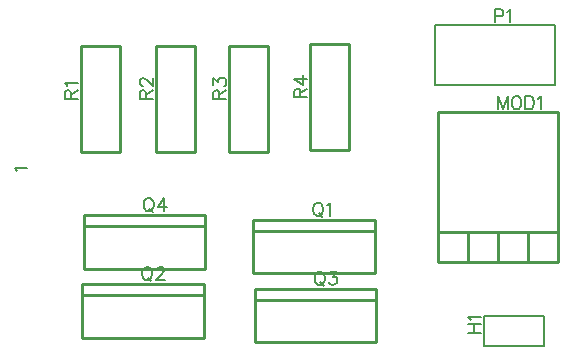
<source format=gto>
G04 Layer: TopSilkLayer*
G04 EasyEDA v6.1.41, Thu, 16 May 2019 00:08:59 GMT*
G04 b21515e386d141b59637374f5c53cbe5,dfa15b47affc40b8846523cd8aea0214,10*
G04 Gerber Generator version 0.2*
G04 Scale: 100 percent, Rotated: No, Reflected: No *
G04 Dimensions in millimeters *
G04 leading zeros omitted , absolute positions ,3 integer and 3 decimal *
%FSLAX33Y33*%
%MOMM*%
G90*
G71D02*

%ADD10C,0.254000*%
%ADD22C,0.203200*%
%ADD23C,0.202999*%
%ADD24C,0.152400*%

%LPD*%
G54D22*
G01X97536Y4552D02*
G01X97536Y2012D01*
G01X92456Y2012D01*
G01X92456Y4552D01*
G01X94361Y4552D01*
G54D23*
G01X97536Y4552D02*
G01X94361Y4552D01*
G54D10*
G01X72898Y12713D02*
G01X83202Y12713D01*
G01X83202Y8212D02*
G01X83202Y12713D01*
G01X72898Y8212D02*
G01X83202Y8212D01*
G01X72898Y8179D02*
G01X72898Y12680D01*
G01X72898Y11813D02*
G01X83202Y11813D01*
G01X58420Y7252D02*
G01X68724Y7252D01*
G01X68724Y2751D02*
G01X68724Y7252D01*
G01X58420Y2751D02*
G01X68724Y2751D01*
G01X58420Y2718D02*
G01X58420Y7219D01*
G01X58420Y6352D02*
G01X68724Y6352D01*
G54D22*
G01X88265Y29190D02*
G01X88265Y24110D01*
G01X98425Y24110D01*
G01X98425Y29190D01*
G01X88265Y29190D01*
G54D10*
G01X73025Y6871D02*
G01X83329Y6871D01*
G01X83329Y2370D02*
G01X83329Y6871D01*
G01X73025Y2370D02*
G01X83329Y2370D01*
G01X73025Y2337D02*
G01X73025Y6838D01*
G01X73025Y5971D02*
G01X83329Y5971D01*
G01X58547Y13094D02*
G01X68851Y13094D01*
G01X68851Y8593D02*
G01X68851Y13094D01*
G01X58547Y8593D02*
G01X68851Y8593D01*
G01X58547Y8560D02*
G01X58547Y13061D01*
G01X58547Y12194D02*
G01X68851Y12194D01*
G01X61595Y18471D02*
G01X58293Y18471D01*
G01X58293Y18471D02*
G01X58293Y27462D01*
G01X58293Y27462D02*
G01X61595Y27462D01*
G01X61595Y27462D02*
G01X61595Y18471D01*
G01X74168Y18471D02*
G01X70866Y18471D01*
G01X70866Y18471D02*
G01X70866Y27462D01*
G01X70866Y27462D02*
G01X74168Y27462D01*
G01X74168Y27462D02*
G01X74168Y18471D01*
G01X67945Y18471D02*
G01X64643Y18471D01*
G01X64643Y18471D02*
G01X64643Y27462D01*
G01X64643Y27462D02*
G01X67945Y27462D01*
G01X67945Y27462D02*
G01X67945Y18471D01*
G01X81026Y18598D02*
G01X77724Y18598D01*
G01X77724Y18598D02*
G01X77724Y27589D01*
G01X77724Y27589D02*
G01X81026Y27589D01*
G01X81026Y27589D02*
G01X81026Y18598D01*
G01X88519Y9124D02*
G01X88519Y11664D01*
G01X88519Y11664D02*
G01X88519Y21824D01*
G01X88519Y21824D02*
G01X98679Y21824D01*
G01X98679Y21824D02*
G01X98679Y11664D01*
G01X98679Y11664D02*
G01X98679Y9124D01*
G01X98679Y9124D02*
G01X96139Y9124D01*
G01X96139Y9124D02*
G01X93599Y9124D01*
G01X93599Y9124D02*
G01X91059Y9124D01*
G01X91059Y9124D02*
G01X88519Y9124D01*
G01X88519Y11664D02*
G01X91059Y11664D01*
G01X91059Y11664D02*
G01X93599Y11664D01*
G01X93599Y11664D02*
G01X96139Y11664D01*
G01X96139Y11664D02*
G01X98679Y11664D01*
G01X91059Y11664D02*
G01X91059Y9124D01*
G01X93599Y11664D02*
G01X93599Y9124D01*
G01X96139Y11664D02*
G01X96139Y9124D01*
G54D24*
G01X52901Y16871D02*
G01X52850Y16975D01*
G01X52692Y17130D01*
G01X53785Y17130D01*
G01X91112Y3155D02*
G01X92202Y3155D01*
G01X91112Y3881D02*
G01X92202Y3881D01*
G01X91630Y3155D02*
G01X91630Y3881D01*
G01X91318Y4224D02*
G01X91267Y4328D01*
G01X91112Y4485D01*
G01X92202Y4485D01*
G01X78290Y14160D02*
G01X78186Y14110D01*
G01X78082Y14005D01*
G01X78028Y13901D01*
G01X77978Y13746D01*
G01X77978Y13487D01*
G01X78028Y13330D01*
G01X78082Y13226D01*
G01X78186Y13121D01*
G01X78290Y13071D01*
G01X78498Y13071D01*
G01X78600Y13121D01*
G01X78704Y13226D01*
G01X78757Y13330D01*
G01X78808Y13487D01*
G01X78808Y13746D01*
G01X78757Y13901D01*
G01X78704Y14005D01*
G01X78600Y14110D01*
G01X78498Y14160D01*
G01X78290Y14160D01*
G01X78445Y13279D02*
G01X78757Y12967D01*
G01X79151Y13955D02*
G01X79255Y14005D01*
G01X79413Y14160D01*
G01X79413Y13071D01*
G01X63812Y8699D02*
G01X63708Y8649D01*
G01X63604Y8544D01*
G01X63550Y8440D01*
G01X63500Y8285D01*
G01X63500Y8026D01*
G01X63550Y7869D01*
G01X63604Y7765D01*
G01X63708Y7660D01*
G01X63812Y7610D01*
G01X64020Y7610D01*
G01X64122Y7660D01*
G01X64226Y7765D01*
G01X64279Y7869D01*
G01X64330Y8026D01*
G01X64330Y8285D01*
G01X64279Y8440D01*
G01X64226Y8544D01*
G01X64122Y8649D01*
G01X64020Y8699D01*
G01X63812Y8699D01*
G01X63967Y7818D02*
G01X64279Y7506D01*
G01X64726Y8440D02*
G01X64726Y8494D01*
G01X64777Y8598D01*
G01X64830Y8649D01*
G01X64935Y8699D01*
G01X65140Y8699D01*
G01X65244Y8649D01*
G01X65298Y8598D01*
G01X65349Y8494D01*
G01X65349Y8389D01*
G01X65298Y8285D01*
G01X65194Y8128D01*
G01X64673Y7610D01*
G01X65402Y7610D01*
G01X93345Y30533D02*
G01X93345Y29444D01*
G01X93345Y30533D02*
G01X93812Y30533D01*
G01X93967Y30482D01*
G01X94020Y30432D01*
G01X94071Y30327D01*
G01X94071Y30170D01*
G01X94020Y30066D01*
G01X93967Y30015D01*
G01X93812Y29962D01*
G01X93345Y29962D01*
G01X94414Y30327D02*
G01X94518Y30378D01*
G01X94675Y30533D01*
G01X94675Y29444D01*
G01X78417Y8318D02*
G01X78313Y8268D01*
G01X78209Y8163D01*
G01X78155Y8059D01*
G01X78105Y7904D01*
G01X78105Y7645D01*
G01X78155Y7488D01*
G01X78209Y7384D01*
G01X78313Y7279D01*
G01X78417Y7229D01*
G01X78625Y7229D01*
G01X78727Y7279D01*
G01X78831Y7384D01*
G01X78884Y7488D01*
G01X78935Y7645D01*
G01X78935Y7904D01*
G01X78884Y8059D01*
G01X78831Y8163D01*
G01X78727Y8268D01*
G01X78625Y8318D01*
G01X78417Y8318D01*
G01X78572Y7437D02*
G01X78884Y7125D01*
G01X79382Y8318D02*
G01X79954Y8318D01*
G01X79641Y7904D01*
G01X79799Y7904D01*
G01X79903Y7851D01*
G01X79954Y7800D01*
G01X80007Y7645D01*
G01X80007Y7541D01*
G01X79954Y7384D01*
G01X79849Y7279D01*
G01X79695Y7229D01*
G01X79540Y7229D01*
G01X79382Y7279D01*
G01X79331Y7333D01*
G01X79278Y7437D01*
G01X63939Y14541D02*
G01X63835Y14491D01*
G01X63731Y14386D01*
G01X63677Y14282D01*
G01X63627Y14127D01*
G01X63627Y13868D01*
G01X63677Y13711D01*
G01X63731Y13607D01*
G01X63835Y13502D01*
G01X63939Y13452D01*
G01X64147Y13452D01*
G01X64249Y13502D01*
G01X64353Y13607D01*
G01X64406Y13711D01*
G01X64457Y13868D01*
G01X64457Y14127D01*
G01X64406Y14282D01*
G01X64353Y14386D01*
G01X64249Y14491D01*
G01X64147Y14541D01*
G01X63939Y14541D01*
G01X64094Y13660D02*
G01X64406Y13348D01*
G01X65321Y14541D02*
G01X64800Y13815D01*
G01X65580Y13815D01*
G01X65321Y14541D02*
G01X65321Y13452D01*
G01X56949Y22967D02*
G01X58039Y22967D01*
G01X56949Y22967D02*
G01X56949Y23434D01*
G01X57000Y23589D01*
G01X57050Y23642D01*
G01X57155Y23693D01*
G01X57259Y23693D01*
G01X57363Y23642D01*
G01X57416Y23589D01*
G01X57467Y23434D01*
G01X57467Y22967D01*
G01X57467Y23330D02*
G01X58039Y23693D01*
G01X57155Y24036D02*
G01X57104Y24140D01*
G01X56949Y24297D01*
G01X58039Y24297D01*
G01X69522Y22967D02*
G01X70612Y22967D01*
G01X69522Y22967D02*
G01X69522Y23434D01*
G01X69573Y23589D01*
G01X69623Y23642D01*
G01X69728Y23693D01*
G01X69832Y23693D01*
G01X69936Y23642D01*
G01X69989Y23589D01*
G01X70040Y23434D01*
G01X70040Y22967D01*
G01X70040Y23330D02*
G01X70612Y23693D01*
G01X69522Y24140D02*
G01X69522Y24711D01*
G01X69936Y24402D01*
G01X69936Y24557D01*
G01X69989Y24661D01*
G01X70040Y24711D01*
G01X70195Y24765D01*
G01X70299Y24765D01*
G01X70457Y24711D01*
G01X70561Y24607D01*
G01X70612Y24452D01*
G01X70612Y24297D01*
G01X70561Y24140D01*
G01X70507Y24089D01*
G01X70403Y24036D01*
G01X63299Y22967D02*
G01X64389Y22967D01*
G01X63299Y22967D02*
G01X63299Y23434D01*
G01X63350Y23589D01*
G01X63400Y23642D01*
G01X63505Y23693D01*
G01X63609Y23693D01*
G01X63713Y23642D01*
G01X63766Y23589D01*
G01X63817Y23434D01*
G01X63817Y22967D01*
G01X63817Y23330D02*
G01X64389Y23693D01*
G01X63558Y24089D02*
G01X63505Y24089D01*
G01X63400Y24140D01*
G01X63350Y24193D01*
G01X63299Y24297D01*
G01X63299Y24503D01*
G01X63350Y24607D01*
G01X63400Y24661D01*
G01X63505Y24711D01*
G01X63609Y24711D01*
G01X63713Y24661D01*
G01X63870Y24557D01*
G01X64389Y24036D01*
G01X64389Y24765D01*
G01X76380Y23094D02*
G01X77470Y23094D01*
G01X76380Y23094D02*
G01X76380Y23561D01*
G01X76431Y23716D01*
G01X76481Y23769D01*
G01X76586Y23820D01*
G01X76690Y23820D01*
G01X76794Y23769D01*
G01X76847Y23716D01*
G01X76898Y23561D01*
G01X76898Y23094D01*
G01X76898Y23457D02*
G01X77470Y23820D01*
G01X76380Y24684D02*
G01X77106Y24163D01*
G01X77106Y24943D01*
G01X76380Y24684D02*
G01X77470Y24684D01*
G01X93599Y23167D02*
G01X93599Y22078D01*
G01X93599Y23167D02*
G01X94015Y22078D01*
G01X94429Y23167D02*
G01X94015Y22078D01*
G01X94429Y23167D02*
G01X94429Y22078D01*
G01X95084Y23167D02*
G01X94980Y23116D01*
G01X94876Y23012D01*
G01X94825Y22908D01*
G01X94772Y22753D01*
G01X94772Y22494D01*
G01X94825Y22337D01*
G01X94876Y22232D01*
G01X94980Y22128D01*
G01X95084Y22078D01*
G01X95293Y22078D01*
G01X95397Y22128D01*
G01X95501Y22232D01*
G01X95552Y22337D01*
G01X95605Y22494D01*
G01X95605Y22753D01*
G01X95552Y22908D01*
G01X95501Y23012D01*
G01X95397Y23116D01*
G01X95293Y23167D01*
G01X95084Y23167D01*
G01X95948Y23167D02*
G01X95948Y22078D01*
G01X95948Y23167D02*
G01X96311Y23167D01*
G01X96466Y23116D01*
G01X96570Y23012D01*
G01X96621Y22908D01*
G01X96674Y22753D01*
G01X96674Y22494D01*
G01X96621Y22337D01*
G01X96570Y22232D01*
G01X96466Y22128D01*
G01X96311Y22078D01*
G01X95948Y22078D01*
G01X97017Y22961D02*
G01X97121Y23012D01*
G01X97276Y23167D01*
G01X97276Y22078D01*
M00*
M02*

</source>
